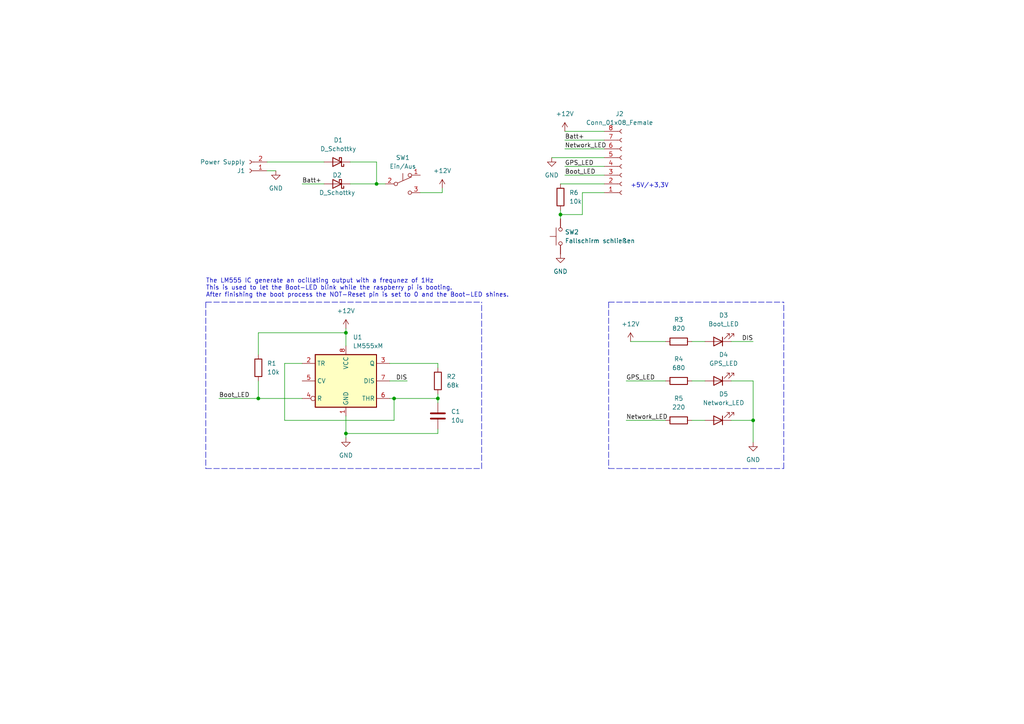
<source format=kicad_sch>
(kicad_sch (version 20211123) (generator eeschema)
  (paper "A4")
  (lib_symbols
    (symbol "Connector:Conn_01x02_Female" (pin_names (offset 1.016) hide)
      (property "Reference" "J" (at 0 2.54 0))
      (property "Value" "Conn_01x02_Female" (at 0 -5.08 0))
      (symbol "Conn_01x02_Female_1_1"
        (arc (start 0 -2.032) (mid -0.508 -2.54) (end 0 -3.048) (stroke (width 0.1524)))
        (polyline (pts (xy -1.27 -2.54) (xy -0.508 -2.54)) (stroke (width 0.1524)))
        (polyline (pts (xy -1.27 0) (xy -0.508 0)) (stroke (width 0.1524)))
        (arc (start 0 0.508) (mid -0.508 0) (end 0 -0.508) (stroke (width 0.1524)))
        (pin passive line (at -5.08 0 0) (length 3.81) (name "Pin_1") (number "1"))
        (pin passive line (at -5.08 -2.54 0) (length 3.81) (name "Pin_2") (number "2"))
      )
    )
    (symbol "Connector:Conn_01x08_Female" (pin_names (offset 1.016) hide)
      (property "Reference" "J" (at 0 10.16 0))
      (property "Value" "Conn_01x08_Female" (at 0 -12.7 0))
      (symbol "Conn_01x08_Female_1_1"
        (arc (start 0 -9.652) (mid -0.508 -10.16) (end 0 -10.668) (stroke (width 0.1524)))
        (arc (start 0 -7.112) (mid -0.508 -7.62) (end 0 -8.128) (stroke (width 0.1524)))
        (arc (start 0 -4.572) (mid -0.508 -5.08) (end 0 -5.588) (stroke (width 0.1524)))
        (arc (start 0 -2.032) (mid -0.508 -2.54) (end 0 -3.048) (stroke (width 0.1524)))
        (polyline (pts (xy -1.27 -10.16) (xy -0.508 -10.16)) (stroke (width 0.1524)))
        (polyline (pts (xy -1.27 -7.62) (xy -0.508 -7.62)) (stroke (width 0.1524)))
        (polyline (pts (xy -1.27 -5.08) (xy -0.508 -5.08)) (stroke (width 0.1524)))
        (polyline (pts (xy -1.27 -2.54) (xy -0.508 -2.54)) (stroke (width 0.1524)))
        (polyline (pts (xy -1.27 0) (xy -0.508 0)) (stroke (width 0.1524)))
        (polyline (pts (xy -1.27 2.54) (xy -0.508 2.54)) (stroke (width 0.1524)))
        (polyline (pts (xy -1.27 5.08) (xy -0.508 5.08)) (stroke (width 0.1524)))
        (polyline (pts (xy -1.27 7.62) (xy -0.508 7.62)) (stroke (width 0.1524)))
        (arc (start 0 0.508) (mid -0.508 0) (end 0 -0.508) (stroke (width 0.1524)))
        (arc (start 0 3.048) (mid -0.508 2.54) (end 0 2.032) (stroke (width 0.1524)))
        (arc (start 0 5.588) (mid -0.508 5.08) (end 0 4.572) (stroke (width 0.1524)))
        (arc (start 0 8.128) (mid -0.508 7.62) (end 0 7.112) (stroke (width 0.1524)))
        (pin passive line (at -5.08 7.62 0) (length 3.81) (name "Pin_1") (number "1"))
        (pin passive line (at -5.08 5.08 0) (length 3.81) (name "Pin_2") (number "2"))
        (pin passive line (at -5.08 2.54 0) (length 3.81) (name "Pin_3") (number "3"))
        (pin passive line (at -5.08 0 0) (length 3.81) (name "Pin_4") (number "4"))
        (pin passive line (at -5.08 -2.54 0) (length 3.81) (name "Pin_5") (number "5"))
        (pin passive line (at -5.08 -5.08 0) (length 3.81) (name "Pin_6") (number "6"))
        (pin passive line (at -5.08 -7.62 0) (length 3.81) (name "Pin_7") (number "7"))
        (pin passive line (at -5.08 -10.16 0) (length 3.81) (name "Pin_8") (number "8"))
      )
    )
    (symbol "Device:C" (pin_numbers hide) (pin_names (offset 0.254))
      (property "Reference" "C" (at 0.635 2.54 0))
      (property "Value" "C" (at 0.635 -2.54 0))
      (symbol "C_0_1"
        (polyline (pts (xy -2.032 -0.762) (xy 2.032 -0.762)) (stroke (width 0.508)))
        (polyline (pts (xy -2.032 0.762) (xy 2.032 0.762)) (stroke (width 0.508)))
      )
      (symbol "C_1_1"
        (pin passive line (at 0 3.81 270) (length 2.794) (name "~") (number "1"))
        (pin passive line (at 0 -3.81 90) (length 2.794) (name "~") (number "2"))
      )
    )
    (symbol "Device:D_Schottky" (pin_numbers hide) (pin_names (offset 1.016) hide)
      (property "Reference" "D" (at 0 2.54 0))
      (property "Value" "D_Schottky" (at 0 -2.54 0))
      (symbol "D_Schottky_0_1"
        (polyline (pts (xy 1.27 0) (xy -1.27 0)))
        (polyline (pts (xy 1.27 1.27) (xy 1.27 -1.27) (xy -1.27 0) (xy 1.27 1.27)) (stroke (width 0.254)))
        (polyline (pts (xy -1.905 0.635) (xy -1.905 1.27) (xy -1.27 1.27) (xy -1.27 -1.27) (xy -0.635 -1.27) (xy -0.635 -0.635)) (stroke (width 0.254)))
      )
      (symbol "D_Schottky_1_1"
        (pin passive line (at -3.81 0 0) (length 2.54) (name "K") (number "1"))
        (pin passive line (at 3.81 0 180) (length 2.54) (name "A") (number "2"))
      )
    )
    (symbol "Device:LED" (pin_numbers hide) (pin_names (offset 1.016) hide)
      (property "Reference" "D" (at 0 2.54 0))
      (property "Value" "LED" (at 0 -2.54 0))
      (symbol "LED_0_1"
        (polyline (pts (xy -1.27 -1.27) (xy -1.27 1.27)) (stroke (width 0.254)))
        (polyline (pts (xy -1.27 0) (xy 1.27 0)))
        (polyline (pts (xy 1.27 -1.27) (xy 1.27 1.27) (xy -1.27 0) (xy 1.27 -1.27)) (stroke (width 0.254)))
        (polyline (pts (xy -3.048 -0.762) (xy -4.572 -2.286) (xy -3.81 -2.286) (xy -4.572 -2.286) (xy -4.572 -1.524)))
        (polyline (pts (xy -1.778 -0.762) (xy -3.302 -2.286) (xy -2.54 -2.286) (xy -3.302 -2.286) (xy -3.302 -1.524)))
      )
      (symbol "LED_1_1"
        (pin passive line (at -3.81 0 0) (length 2.54) (name "K") (number "1"))
        (pin passive line (at 3.81 0 180) (length 2.54) (name "A") (number "2"))
      )
    )
    (symbol "Device:R" (pin_numbers hide) (pin_names (offset 0))
      (property "Reference" "R" (at 2.032 0 90))
      (property "Value" "R" (at 0 0 90))
      (symbol "R_0_1"
        (rectangle (start -1.016 -2.54) (end 1.016 2.54) (stroke (width 0.254)))
      )
      (symbol "R_1_1"
        (pin passive line (at 0 3.81 270) (length 1.27) (name "~") (number "1"))
        (pin passive line (at 0 -3.81 90) (length 1.27) (name "~") (number "2"))
      )
    )
    (symbol "Switch:SW_Push" (pin_numbers hide) (pin_names (offset 1.016) hide)
      (property "Reference" "SW" (at 1.27 2.54 0))
      (property "Value" "SW_Push" (at 0 -1.524 0))
      (symbol "SW_Push_0_1"
        (circle (center -2.032 0) (radius 0.508))
        (polyline (pts (xy 0 1.27) (xy 0 3.048)))
        (polyline (pts (xy 2.54 1.27) (xy -2.54 1.27)))
        (circle (center 2.032 0) (radius 0.508))
        (pin passive line (at -5.08 0 0) (length 2.54) (name "1") (number "1"))
        (pin passive line (at 5.08 0 180) (length 2.54) (name "2") (number "2"))
      )
    )
    (symbol "Switch:SW_Push_SPDT" (pin_names (offset 0) hide)
      (property "Reference" "SW" (at 0 4.318 0))
      (property "Value" "SW_Push_SPDT" (at 0 -5.08 0))
      (symbol "SW_Push_SPDT_0_0"
        (circle (center -2.032 0) (radius 0.508))
        (polyline (pts (xy 0 1.016) (xy 0 3.048)))
        (circle (center 2.032 -2.54) (radius 0.508))
      )
      (symbol "SW_Push_SPDT_0_1"
        (polyline (pts (xy -1.524 0.254) (xy 2.54 2.032)))
        (circle (center 2.032 2.54) (radius 0.508))
      )
      (symbol "SW_Push_SPDT_1_1"
        (pin passive line (at 5.08 2.54 180) (length 2.54) (name "A") (number "1"))
        (pin passive line (at -5.08 0 0) (length 2.54) (name "B") (number "2"))
        (pin passive line (at 5.08 -2.54 180) (length 2.54) (name "C") (number "3"))
      )
    )
    (symbol "Timer:LM555xM"
      (property "Reference" "U" (at -10.16 8.89 0))
      (property "Value" "LM555xM" (at 2.54 8.89 0))
      (symbol "LM555xM_0_0"
        (pin power_in line (at 0 -10.16 90) (length 2.54) (name "GND") (number "1"))
        (pin power_in line (at 0 10.16 270) (length 2.54) (name "VCC") (number "8"))
      )
      (symbol "LM555xM_0_1"
        (rectangle (start -8.89 -7.62) (end 8.89 7.62) (stroke (width 0.254)) (fill (type background)))
        (rectangle (start -8.89 -7.62) (end 8.89 7.62) (stroke (width 0.254)) (fill (type background)))
      )
      (symbol "LM555xM_1_1"
        (pin input line (at -12.7 5.08 0) (length 3.81) (name "TR") (number "2"))
        (pin output line (at 12.7 5.08 180) (length 3.81) (name "Q") (number "3"))
        (pin input inverted (at -12.7 -5.08 0) (length 3.81) (name "R") (number "4"))
        (pin input line (at -12.7 0 0) (length 3.81) (name "CV") (number "5"))
        (pin input line (at 12.7 -5.08 180) (length 3.81) (name "THR") (number "6"))
        (pin input line (at 12.7 0 180) (length 3.81) (name "DIS") (number "7"))
      )
    )
    (symbol "power:+12V" (power) (pin_names (offset 0))
      (property "Value" "+12V" (at 0 3.556 0))
      (symbol "+12V_0_1"
        (polyline (pts (xy -0.762 1.27) (xy 0 2.54)))
        (polyline (pts (xy 0 0) (xy 0 2.54)))
        (polyline (pts (xy 0 2.54) (xy 0.762 1.27)))
      )
      (symbol "+12V_1_1"
        (pin power_in line (at 0 0 90) (length 0) hide (name "+12V") (number "1"))
      )
    )
    (symbol "power:GND" (power) (pin_names (offset 0))
      (property "Value" "GND" (at 0 -3.81 0))
      (symbol "GND_0_1"
        (polyline (pts (xy 0 0) (xy 0 -1.27) (xy 1.27 -1.27) (xy 0 -2.54) (xy -1.27 -1.27) (xy 0 -1.27)))
      )
      (symbol "GND_1_1"
        (pin power_in line (at 0 0 270) (length 0) hide (name "GND") (number "1"))
      )
    )
  )
  (junction (at 162.56 62.23))
  (junction (at 114.3 115.57))
  (junction (at 218.44 121.92))
  (junction (at 127 115.57))
  (junction (at 100.33 96.52))
  (junction (at 100.33 125.73))
  (junction (at 109.22 53.34))
  (junction (at 74.93 115.57))
  (polyline (pts (xy 139.7 135.89) (xy 139.7 87.63)))
  (polyline (pts (xy 59.69 135.89) (xy 139.7 135.89)))
  (wire (pts (xy 128.27 54.61) (xy 128.27 55.88)))
  (wire (pts (xy 114.3 115.57) (xy 114.3 121.92)))
  (wire (pts (xy 109.22 46.99) (xy 109.22 53.34)))
  (wire (pts (xy 113.03 110.49) (xy 118.11 110.49)))
  (wire (pts (xy 168.91 62.23) (xy 168.91 55.88)))
  (wire (pts (xy 193.04 99.06) (xy 182.88 99.06)))
  (wire (pts (xy 218.44 110.49) (xy 218.44 121.92)))
  (wire (pts (xy 87.63 115.57) (xy 74.93 115.57)))
  (wire (pts (xy 162.56 62.23) (xy 162.56 63.5)))
  (wire (pts (xy 127 125.73) (xy 127 124.46)))
  (wire (pts (xy 100.33 95.25) (xy 100.33 96.52)))
  (polyline (pts (xy 176.53 87.63) (xy 227.33 87.63)))
  (wire (pts (xy 74.93 115.57) (xy 74.93 110.49)))
  (wire (pts (xy 162.56 62.23) (xy 168.91 62.23)))
  (wire (pts (xy 127 105.41) (xy 127 106.68)))
  (polyline (pts (xy 176.53 87.63) (xy 176.53 135.89)))
  (wire (pts (xy 200.66 121.92) (xy 204.47 121.92)))
  (wire (pts (xy 63.5 115.57) (xy 74.93 115.57)))
  (wire (pts (xy 101.6 46.99) (xy 109.22 46.99)))
  (wire (pts (xy 163.83 43.18) (xy 175.26 43.18)))
  (wire (pts (xy 100.33 120.65) (xy 100.33 125.73)))
  (wire (pts (xy 168.91 55.88) (xy 175.26 55.88)))
  (wire (pts (xy 100.33 96.52) (xy 100.33 100.33)))
  (wire (pts (xy 114.3 121.92) (xy 82.55 121.92)))
  (wire (pts (xy 163.83 50.8) (xy 175.26 50.8)))
  (wire (pts (xy 82.55 121.92) (xy 82.55 105.41)))
  (wire (pts (xy 111.76 53.34) (xy 109.22 53.34)))
  (wire (pts (xy 162.56 60.96) (xy 162.56 62.23)))
  (polyline (pts (xy 176.53 135.89) (xy 227.33 135.89)))
  (wire (pts (xy 113.03 105.41) (xy 127 105.41)))
  (wire (pts (xy 77.47 46.99) (xy 93.98 46.99)))
  (wire (pts (xy 212.09 121.92) (xy 218.44 121.92)))
  (wire (pts (xy 113.03 115.57) (xy 114.3 115.57)))
  (wire (pts (xy 109.22 53.34) (xy 101.6 53.34)))
  (wire (pts (xy 87.63 53.34) (xy 93.98 53.34)))
  (wire (pts (xy 74.93 96.52) (xy 100.33 96.52)))
  (wire (pts (xy 100.33 125.73) (xy 100.33 127)))
  (wire (pts (xy 181.61 121.92) (xy 193.04 121.92)))
  (wire (pts (xy 212.09 99.06) (xy 218.44 99.06)))
  (wire (pts (xy 127 114.3) (xy 127 115.57)))
  (wire (pts (xy 200.66 110.49) (xy 204.47 110.49)))
  (wire (pts (xy 114.3 115.57) (xy 127 115.57)))
  (wire (pts (xy 77.47 49.53) (xy 80.01 49.53)))
  (polyline (pts (xy 227.33 135.89) (xy 227.33 87.63)))
  (wire (pts (xy 212.09 110.49) (xy 218.44 110.49)))
  (wire (pts (xy 163.83 38.1) (xy 175.26 38.1)))
  (wire (pts (xy 163.83 48.26) (xy 175.26 48.26)))
  (wire (pts (xy 100.33 125.73) (xy 127 125.73)))
  (wire (pts (xy 162.56 53.34) (xy 175.26 53.34)))
  (wire (pts (xy 218.44 121.92) (xy 218.44 128.27)))
  (wire (pts (xy 163.83 40.64) (xy 175.26 40.64)))
  (wire (pts (xy 181.61 110.49) (xy 193.04 110.49)))
  (wire (pts (xy 200.66 99.06) (xy 204.47 99.06)))
  (polyline (pts (xy 59.69 87.63) (xy 139.7 87.63)))
  (wire (pts (xy 82.55 105.41) (xy 87.63 105.41)))
  (wire (pts (xy 74.93 102.87) (xy 74.93 96.52)))
  (wire (pts (xy 121.92 55.88) (xy 128.27 55.88)))
  (wire (pts (xy 127 115.57) (xy 127 116.84)))
  (polyline (pts (xy 59.69 87.63) (xy 59.69 135.89)))
  (wire (pts (xy 160.02 45.72) (xy 175.26 45.72)))
  (text "+5V/+3,3V" (at 182.88 54.61 0) (effects (font (size 1.27 1.27)) (justify left bottom)))
  (text "The LM555 IC generate an ocillating output with a frequnez of 1Hz\nThis is used to let the Boot-LED blink while the raspberry pi is booting.\nAfter finishing the boot process the NOT-Reset pin is set to 0 and the Boot-LED shines." (at 59.69 86.36 0) (effects (font (size 1.27 1.27)) (justify left bottom)))
  (label "Boot_LED" (at 63.5 115.57 0))
  (label "Network_LED" (at 163.83 43.18 0))
  (label "Batt+" (at 87.63 53.34 0))
  (label "GPS_LED" (at 163.83 48.26 0))
  (label "GPS_LED" (at 181.61 110.49 0))
  (label "Network_LED" (at 181.61 121.92 0))
  (label "Boot_LED" (at 163.83 50.8 0))
  (label "DIS" (at 218.44 99.06 180))
  (label "Batt+" (at 163.83 40.64 0))
  (label "DIS" (at 118.11 110.49 180))
  (symbol (lib_id "power:GND") (at 100.33 127 0) (unit 1)
    (property "Reference" "#PWR0106" (effects hide))
    (property "Value" "GND" (at 100.33 132.08 0))
  )
  (symbol (lib_id "power:GND") (at 218.44 128.27 0) (unit 1)
    (property "Reference" "#PWR0102" (effects hide))
    (property "Value" "GND" (at 218.44 133.35 0))
  )
  (symbol (lib_id "power:GND") (at 160.02 45.72 0) (unit 1)
    (property "Reference" "#PWR04" (effects hide))
    (property "Value" "GND" (at 160.02 50.8 0))
  )
  (symbol (lib_id "Switch:SW_Push_SPDT") (at 116.84 53.34 0) (unit 1)
    (property "Reference" "SW1" (at 116.84 45.72 0))
    (property "Value" "Ein/Aus" (at 116.84 48.26 0))
    (property "Footprint" "footprints:slide_switch" (effects hide))
    (property "Reference" "SW1" (effects hide))
    (property "Value" "Ein/Aus" (effects hide))
  )
  (symbol (lib_id "power:+12V") (at 100.33 95.25 0) (unit 1)
    (property "Reference" "#PWR01" (effects hide))
    (property "Value" "+12V" (at 100.33 90.17 0))
  )
  (symbol (lib_id "Connector:Conn_01x02_Female") (at 72.39 49.53 180) (unit 1)
    (property "Reference" "J1" (at 71.12 49.5301 0) (effects (justify left)))
    (property "Value" "Power Supply" (at 71.12 46.9901 0) (effects (justify left)))
    (property "Footprint" "Connector_Phoenix_MC_HighVoltage:PhoenixContact_MCV_1,5_2-G-5.08_1x02_P5.08mm_Vertical" (effects hide))
    (property "Reference" "J1" (effects hide))
    (property "Value" "Power Supply" (effects hide))
  )
  (symbol (lib_id "power:GND") (at 162.56 73.66 0) (unit 1)
    (property "Reference" "#PWR05" (effects hide))
    (property "Value" "GND" (at 162.56 78.74 0))
  )
  (symbol (lib_id "power:+12V") (at 163.83 38.1 0) (unit 1)
    (property "Reference" "#PWR03" (effects hide))
    (property "Value" "+12V" (at 163.83 33.02 0))
  )
  (symbol (lib_id "Device:LED") (at 208.28 121.92 180) (unit 1)
    (property "Reference" "D5" (at 209.8675 114.3 0))
    (property "Value" "Network_LED" (at 209.8675 116.84 0))
    (property "Footprint" "LED_THT:LED_D3.0mm" (effects hide))
  )
  (symbol (lib_id "Device:R") (at 196.85 121.92 90) (unit 1)
    (property "Reference" "R5" (at 196.85 115.57 90))
    (property "Value" "220" (at 196.85 118.11 90))
    (property "Footprint" "Resistor_SMD:R_1206_3216Metric_Pad1.30x1.75mm_HandSolder" (effects hide))
  )
  (symbol (lib_id "Device:R") (at 74.93 106.68 0) (unit 1)
    (property "Reference" "R1" (at 77.47 105.4099 0) (effects (justify left)))
    (property "Value" "10k" (at 77.47 107.9499 0) (effects (justify left)))
    (property "Footprint" "Resistor_SMD:R_1206_3216Metric_Pad1.30x1.75mm_HandSolder" (effects hide))
  )
  (symbol (lib_id "power:+12V") (at 128.27 54.61 0) (unit 1)
    (property "Reference" "#PWR02" (effects hide))
    (property "Value" "+12V" (at 128.27 49.53 0))
  )
  (symbol (lib_id "power:GND") (at 80.01 49.53 0) (unit 1)
    (property "Reference" "#PWR0103" (effects hide))
    (property "Value" "GND" (at 80.01 54.61 0))
  )
  (symbol (lib_id "Device:LED") (at 208.28 110.49 180) (unit 1)
    (property "Reference" "D4" (at 209.8675 102.87 0))
    (property "Value" "GPS_LED" (at 209.8675 105.41 0))
    (property "Footprint" "LED_THT:LED_D3.0mm" (effects hide))
    (property "Reference" "D4" (effects hide))
    (property "Value" "GPS_LED" (effects hide))
  )
  (symbol (lib_id "Device:R") (at 127 110.49 0) (unit 1)
    (property "Reference" "R2" (at 129.54 109.2199 0) (effects (justify left)))
    (property "Value" "68k" (at 129.54 111.7599 0) (effects (justify left)))
    (property "Footprint" "Resistor_SMD:R_1206_3216Metric_Pad1.30x1.75mm_HandSolder" (effects hide))
    (property "Reference" "R2" (effects hide))
    (property "Value" "68k" (effects hide))
  )
  (symbol (lib_id "Device:R") (at 196.85 110.49 90) (unit 1)
    (property "Reference" "R4" (at 196.85 104.14 90))
    (property "Value" "680" (at 196.85 106.68 90))
    (property "Footprint" "Resistor_SMD:R_1206_3216Metric_Pad1.30x1.75mm_HandSolder" (effects hide))
    (property "Reference" "R4" (effects hide))
    (property "Value" "680" (effects hide))
  )
  (symbol (lib_id "Device:R") (at 196.85 99.06 90) (unit 1)
    (property "Reference" "R3" (at 196.85 92.71 90))
    (property "Value" "820" (at 196.85 95.25 90))
    (property "Footprint" "Resistor_SMD:R_1206_3216Metric_Pad1.30x1.75mm_HandSolder" (effects hide))
  )
  (symbol (lib_id "Device:R") (at 162.56 57.15 0) (unit 1)
    (property "Reference" "R6" (at 165.1 55.8799 0) (effects (justify left)))
    (property "Value" "10k" (at 165.1 58.4199 0) (effects (justify left)))
    (property "Footprint" "Resistor_SMD:R_1206_3216Metric_Pad1.30x1.75mm_HandSolder" (effects hide))
  )
  (symbol (lib_id "Device:LED") (at 208.28 99.06 180) (unit 1)
    (property "Reference" "D3" (at 209.8675 91.44 0))
    (property "Value" "Boot_LED" (at 209.8675 93.98 0))
    (property "Footprint" "LED_THT:LED_D3.0mm" (effects hide))
  )
  (symbol (lib_id "Device:D_Schottky") (at 97.79 53.34 180) (unit 1)
    (property "Reference" "D2" (at 97.79 50.8 0))
    (property "Value" "D_Schottky" (at 97.79 55.88 0))
    (property "Footprint" "Diode_SMD:D_SMA_Handsoldering" (effects hide))
    (property "Reference" "D2" (effects hide))
    (property "Value" "D_Schottky" (effects hide))
  )
  (symbol (lib_id "Switch:SW_Push") (at 162.56 68.58 90) (unit 1)
    (property "Reference" "SW2" (at 163.83 67.3099 90) (effects (justify right)))
    (property "Value" "Fallschirm schließen" (at 163.83 69.8499 90) (effects (justify right)))
    (property "Footprint" "Button_Switch_SMD:SW_Push_1P1T_NO_6x6mm_H9.5mm" (effects hide))
  )
  (symbol (lib_id "power:+12V") (at 182.88 99.06 0) (unit 1)
    (property "Reference" "#PWR0101" (effects hide))
    (property "Value" "+12V" (at 182.88 93.98 0))
  )
  (symbol (lib_id "Timer:LM555xM") (at 100.33 110.49 0) (unit 1)
    (property "Reference" "U1" (at 102.3494 97.79 0) (effects (justify left)))
    (property "Value" "LM555xM" (at 102.3494 100.33 0) (effects (justify left)))
    (property "Footprint" "Package_DIP:DIP-8_W7.62mm_Socket_LongPads" (effects hide))
    (property "Datasheet" "http://www.ti.com/lit/ds/symlink/lm555.pdf" (effects hide))
    (property "Reference" "U1" (effects hide))
    (property "Value" "LM555xM" (effects hide))
  )
  (symbol (lib_id "Device:D_Schottky") (at 97.79 46.99 180) (unit 1)
    (property "Reference" "D1" (at 98.1075 40.64 0))
    (property "Value" "D_Schottky" (at 98.1075 43.18 0))
    (property "Footprint" "Diode_SMD:D_SMA_Handsoldering" (effects hide))
    (property "Reference" "D1" (effects hide))
    (property "Value" "D_Schottky" (effects hide))
  )
  (symbol (lib_id "Connector:Conn_01x08_Female") (at 180.34 48.26 0) (mirror x) (unit 1)
    (property "Reference" "J2" (at 179.705 33.02 0))
    (property "Value" "Conn_01x08_Female" (at 179.705 35.56 0))
    (property "Footprint" "Connector_PinHeader_2.00mm:PinHeader_1x08_P2.00mm_Vertical" (effects hide))
  )
  (symbol (lib_id "Device:C") (at 127 120.65 0) (unit 1)
    (property "Reference" "C1" (at 130.81 119.3799 0) (effects (justify left)))
    (property "Value" "10u" (at 130.81 121.9199 0) (effects (justify left)))
    (property "Footprint" "Capacitor_SMD:C_1206_3216Metric_Pad1.33x1.80mm_HandSolder" (effects hide))
    (property "Reference" "C1" (effects hide))
    (property "Value" "10u" (effects hide))
  )
)
</source>
